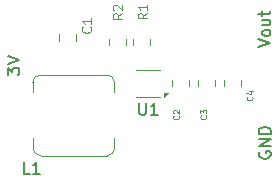
<source format=gbr>
%TF.GenerationSoftware,KiCad,Pcbnew,8.0.1*%
%TF.CreationDate,2024-04-26T21:59:39-07:00*%
%TF.ProjectId,boost-converter,626f6f73-742d-4636-9f6e-766572746572,rev?*%
%TF.SameCoordinates,Original*%
%TF.FileFunction,Legend,Top*%
%TF.FilePolarity,Positive*%
%FSLAX46Y46*%
G04 Gerber Fmt 4.6, Leading zero omitted, Abs format (unit mm)*
G04 Created by KiCad (PCBNEW 8.0.1) date 2024-04-26 21:59:39*
%MOMM*%
%LPD*%
G01*
G04 APERTURE LIST*
%ADD10C,0.150000*%
%ADD11C,0.076200*%
%ADD12C,0.101600*%
%ADD13C,0.120000*%
G04 APERTURE END LIST*
D10*
X149252438Y-110361904D02*
X149204819Y-110457142D01*
X149204819Y-110457142D02*
X149204819Y-110599999D01*
X149204819Y-110599999D02*
X149252438Y-110742856D01*
X149252438Y-110742856D02*
X149347676Y-110838094D01*
X149347676Y-110838094D02*
X149442914Y-110885713D01*
X149442914Y-110885713D02*
X149633390Y-110933332D01*
X149633390Y-110933332D02*
X149776247Y-110933332D01*
X149776247Y-110933332D02*
X149966723Y-110885713D01*
X149966723Y-110885713D02*
X150061961Y-110838094D01*
X150061961Y-110838094D02*
X150157200Y-110742856D01*
X150157200Y-110742856D02*
X150204819Y-110599999D01*
X150204819Y-110599999D02*
X150204819Y-110504761D01*
X150204819Y-110504761D02*
X150157200Y-110361904D01*
X150157200Y-110361904D02*
X150109580Y-110314285D01*
X150109580Y-110314285D02*
X149776247Y-110314285D01*
X149776247Y-110314285D02*
X149776247Y-110504761D01*
X150204819Y-109885713D02*
X149204819Y-109885713D01*
X149204819Y-109885713D02*
X150204819Y-109314285D01*
X150204819Y-109314285D02*
X149204819Y-109314285D01*
X150204819Y-108838094D02*
X149204819Y-108838094D01*
X149204819Y-108838094D02*
X149204819Y-108599999D01*
X149204819Y-108599999D02*
X149252438Y-108457142D01*
X149252438Y-108457142D02*
X149347676Y-108361904D01*
X149347676Y-108361904D02*
X149442914Y-108314285D01*
X149442914Y-108314285D02*
X149633390Y-108266666D01*
X149633390Y-108266666D02*
X149776247Y-108266666D01*
X149776247Y-108266666D02*
X149966723Y-108314285D01*
X149966723Y-108314285D02*
X150061961Y-108361904D01*
X150061961Y-108361904D02*
X150157200Y-108457142D01*
X150157200Y-108457142D02*
X150204819Y-108599999D01*
X150204819Y-108599999D02*
X150204819Y-108838094D01*
X127929819Y-103861904D02*
X127929819Y-103242857D01*
X127929819Y-103242857D02*
X128310771Y-103576190D01*
X128310771Y-103576190D02*
X128310771Y-103433333D01*
X128310771Y-103433333D02*
X128358390Y-103338095D01*
X128358390Y-103338095D02*
X128406009Y-103290476D01*
X128406009Y-103290476D02*
X128501247Y-103242857D01*
X128501247Y-103242857D02*
X128739342Y-103242857D01*
X128739342Y-103242857D02*
X128834580Y-103290476D01*
X128834580Y-103290476D02*
X128882200Y-103338095D01*
X128882200Y-103338095D02*
X128929819Y-103433333D01*
X128929819Y-103433333D02*
X128929819Y-103719047D01*
X128929819Y-103719047D02*
X128882200Y-103814285D01*
X128882200Y-103814285D02*
X128834580Y-103861904D01*
X127929819Y-102957142D02*
X128929819Y-102623809D01*
X128929819Y-102623809D02*
X127929819Y-102290476D01*
X149179819Y-101498809D02*
X150179819Y-101165476D01*
X150179819Y-101165476D02*
X149179819Y-100832143D01*
X150179819Y-100355952D02*
X150132200Y-100451190D01*
X150132200Y-100451190D02*
X150084580Y-100498809D01*
X150084580Y-100498809D02*
X149989342Y-100546428D01*
X149989342Y-100546428D02*
X149703628Y-100546428D01*
X149703628Y-100546428D02*
X149608390Y-100498809D01*
X149608390Y-100498809D02*
X149560771Y-100451190D01*
X149560771Y-100451190D02*
X149513152Y-100355952D01*
X149513152Y-100355952D02*
X149513152Y-100213095D01*
X149513152Y-100213095D02*
X149560771Y-100117857D01*
X149560771Y-100117857D02*
X149608390Y-100070238D01*
X149608390Y-100070238D02*
X149703628Y-100022619D01*
X149703628Y-100022619D02*
X149989342Y-100022619D01*
X149989342Y-100022619D02*
X150084580Y-100070238D01*
X150084580Y-100070238D02*
X150132200Y-100117857D01*
X150132200Y-100117857D02*
X150179819Y-100213095D01*
X150179819Y-100213095D02*
X150179819Y-100355952D01*
X149513152Y-99165476D02*
X150179819Y-99165476D01*
X149513152Y-99594047D02*
X150036961Y-99594047D01*
X150036961Y-99594047D02*
X150132200Y-99546428D01*
X150132200Y-99546428D02*
X150179819Y-99451190D01*
X150179819Y-99451190D02*
X150179819Y-99308333D01*
X150179819Y-99308333D02*
X150132200Y-99213095D01*
X150132200Y-99213095D02*
X150084580Y-99165476D01*
X149513152Y-98832142D02*
X149513152Y-98451190D01*
X149179819Y-98689285D02*
X150036961Y-98689285D01*
X150036961Y-98689285D02*
X150132200Y-98641666D01*
X150132200Y-98641666D02*
X150179819Y-98546428D01*
X150179819Y-98546428D02*
X150179819Y-98451190D01*
D11*
X148632666Y-105684666D02*
X148656857Y-105708857D01*
X148656857Y-105708857D02*
X148681047Y-105781428D01*
X148681047Y-105781428D02*
X148681047Y-105829809D01*
X148681047Y-105829809D02*
X148656857Y-105902381D01*
X148656857Y-105902381D02*
X148608476Y-105950762D01*
X148608476Y-105950762D02*
X148560095Y-105974952D01*
X148560095Y-105974952D02*
X148463333Y-105999143D01*
X148463333Y-105999143D02*
X148390761Y-105999143D01*
X148390761Y-105999143D02*
X148293999Y-105974952D01*
X148293999Y-105974952D02*
X148245618Y-105950762D01*
X148245618Y-105950762D02*
X148197237Y-105902381D01*
X148197237Y-105902381D02*
X148173047Y-105829809D01*
X148173047Y-105829809D02*
X148173047Y-105781428D01*
X148173047Y-105781428D02*
X148197237Y-105708857D01*
X148197237Y-105708857D02*
X148221428Y-105684666D01*
X148342380Y-105249238D02*
X148681047Y-105249238D01*
X148148857Y-105370190D02*
X148511714Y-105491143D01*
X148511714Y-105491143D02*
X148511714Y-105176666D01*
X144707666Y-107284666D02*
X144731857Y-107308857D01*
X144731857Y-107308857D02*
X144756047Y-107381428D01*
X144756047Y-107381428D02*
X144756047Y-107429809D01*
X144756047Y-107429809D02*
X144731857Y-107502381D01*
X144731857Y-107502381D02*
X144683476Y-107550762D01*
X144683476Y-107550762D02*
X144635095Y-107574952D01*
X144635095Y-107574952D02*
X144538333Y-107599143D01*
X144538333Y-107599143D02*
X144465761Y-107599143D01*
X144465761Y-107599143D02*
X144368999Y-107574952D01*
X144368999Y-107574952D02*
X144320618Y-107550762D01*
X144320618Y-107550762D02*
X144272237Y-107502381D01*
X144272237Y-107502381D02*
X144248047Y-107429809D01*
X144248047Y-107429809D02*
X144248047Y-107381428D01*
X144248047Y-107381428D02*
X144272237Y-107308857D01*
X144272237Y-107308857D02*
X144296428Y-107284666D01*
X144248047Y-107115333D02*
X144248047Y-106800857D01*
X144248047Y-106800857D02*
X144441571Y-106970190D01*
X144441571Y-106970190D02*
X144441571Y-106897619D01*
X144441571Y-106897619D02*
X144465761Y-106849238D01*
X144465761Y-106849238D02*
X144489952Y-106825047D01*
X144489952Y-106825047D02*
X144538333Y-106800857D01*
X144538333Y-106800857D02*
X144659285Y-106800857D01*
X144659285Y-106800857D02*
X144707666Y-106825047D01*
X144707666Y-106825047D02*
X144731857Y-106849238D01*
X144731857Y-106849238D02*
X144756047Y-106897619D01*
X144756047Y-106897619D02*
X144756047Y-107042762D01*
X144756047Y-107042762D02*
X144731857Y-107091143D01*
X144731857Y-107091143D02*
X144707666Y-107115333D01*
X142407666Y-107309666D02*
X142431857Y-107333857D01*
X142431857Y-107333857D02*
X142456047Y-107406428D01*
X142456047Y-107406428D02*
X142456047Y-107454809D01*
X142456047Y-107454809D02*
X142431857Y-107527381D01*
X142431857Y-107527381D02*
X142383476Y-107575762D01*
X142383476Y-107575762D02*
X142335095Y-107599952D01*
X142335095Y-107599952D02*
X142238333Y-107624143D01*
X142238333Y-107624143D02*
X142165761Y-107624143D01*
X142165761Y-107624143D02*
X142068999Y-107599952D01*
X142068999Y-107599952D02*
X142020618Y-107575762D01*
X142020618Y-107575762D02*
X141972237Y-107527381D01*
X141972237Y-107527381D02*
X141948047Y-107454809D01*
X141948047Y-107454809D02*
X141948047Y-107406428D01*
X141948047Y-107406428D02*
X141972237Y-107333857D01*
X141972237Y-107333857D02*
X141996428Y-107309666D01*
X141996428Y-107116143D02*
X141972237Y-107091952D01*
X141972237Y-107091952D02*
X141948047Y-107043571D01*
X141948047Y-107043571D02*
X141948047Y-106922619D01*
X141948047Y-106922619D02*
X141972237Y-106874238D01*
X141972237Y-106874238D02*
X141996428Y-106850047D01*
X141996428Y-106850047D02*
X142044809Y-106825857D01*
X142044809Y-106825857D02*
X142093190Y-106825857D01*
X142093190Y-106825857D02*
X142165761Y-106850047D01*
X142165761Y-106850047D02*
X142456047Y-107140333D01*
X142456047Y-107140333D02*
X142456047Y-106825857D01*
D10*
X139088095Y-106229819D02*
X139088095Y-107039342D01*
X139088095Y-107039342D02*
X139135714Y-107134580D01*
X139135714Y-107134580D02*
X139183333Y-107182200D01*
X139183333Y-107182200D02*
X139278571Y-107229819D01*
X139278571Y-107229819D02*
X139469047Y-107229819D01*
X139469047Y-107229819D02*
X139564285Y-107182200D01*
X139564285Y-107182200D02*
X139611904Y-107134580D01*
X139611904Y-107134580D02*
X139659523Y-107039342D01*
X139659523Y-107039342D02*
X139659523Y-106229819D01*
X140659523Y-107229819D02*
X140088095Y-107229819D01*
X140373809Y-107229819D02*
X140373809Y-106229819D01*
X140373809Y-106229819D02*
X140278571Y-106372676D01*
X140278571Y-106372676D02*
X140183333Y-106467914D01*
X140183333Y-106467914D02*
X140088095Y-106515533D01*
D12*
X137622231Y-98651999D02*
X137259374Y-98905999D01*
X137622231Y-99087428D02*
X136860231Y-99087428D01*
X136860231Y-99087428D02*
X136860231Y-98797142D01*
X136860231Y-98797142D02*
X136896517Y-98724571D01*
X136896517Y-98724571D02*
X136932803Y-98688285D01*
X136932803Y-98688285D02*
X137005374Y-98651999D01*
X137005374Y-98651999D02*
X137114231Y-98651999D01*
X137114231Y-98651999D02*
X137186803Y-98688285D01*
X137186803Y-98688285D02*
X137223088Y-98724571D01*
X137223088Y-98724571D02*
X137259374Y-98797142D01*
X137259374Y-98797142D02*
X137259374Y-99087428D01*
X136932803Y-98361714D02*
X136896517Y-98325428D01*
X136896517Y-98325428D02*
X136860231Y-98252857D01*
X136860231Y-98252857D02*
X136860231Y-98071428D01*
X136860231Y-98071428D02*
X136896517Y-97998857D01*
X136896517Y-97998857D02*
X136932803Y-97962571D01*
X136932803Y-97962571D02*
X137005374Y-97926285D01*
X137005374Y-97926285D02*
X137077946Y-97926285D01*
X137077946Y-97926285D02*
X137186803Y-97962571D01*
X137186803Y-97962571D02*
X137622231Y-98397999D01*
X137622231Y-98397999D02*
X137622231Y-97926285D01*
X139722231Y-98626999D02*
X139359374Y-98880999D01*
X139722231Y-99062428D02*
X138960231Y-99062428D01*
X138960231Y-99062428D02*
X138960231Y-98772142D01*
X138960231Y-98772142D02*
X138996517Y-98699571D01*
X138996517Y-98699571D02*
X139032803Y-98663285D01*
X139032803Y-98663285D02*
X139105374Y-98626999D01*
X139105374Y-98626999D02*
X139214231Y-98626999D01*
X139214231Y-98626999D02*
X139286803Y-98663285D01*
X139286803Y-98663285D02*
X139323088Y-98699571D01*
X139323088Y-98699571D02*
X139359374Y-98772142D01*
X139359374Y-98772142D02*
X139359374Y-99062428D01*
X139722231Y-97901285D02*
X139722231Y-98336714D01*
X139722231Y-98118999D02*
X138960231Y-98118999D01*
X138960231Y-98118999D02*
X139069088Y-98191571D01*
X139069088Y-98191571D02*
X139141660Y-98264142D01*
X139141660Y-98264142D02*
X139177946Y-98336714D01*
D10*
X129808333Y-112229819D02*
X129332143Y-112229819D01*
X129332143Y-112229819D02*
X129332143Y-111229819D01*
X130665476Y-112229819D02*
X130094048Y-112229819D01*
X130379762Y-112229819D02*
X130379762Y-111229819D01*
X130379762Y-111229819D02*
X130284524Y-111372676D01*
X130284524Y-111372676D02*
X130189286Y-111467914D01*
X130189286Y-111467914D02*
X130094048Y-111515533D01*
D12*
X134924660Y-99801999D02*
X134960946Y-99838285D01*
X134960946Y-99838285D02*
X134997231Y-99947142D01*
X134997231Y-99947142D02*
X134997231Y-100019714D01*
X134997231Y-100019714D02*
X134960946Y-100128571D01*
X134960946Y-100128571D02*
X134888374Y-100201142D01*
X134888374Y-100201142D02*
X134815803Y-100237428D01*
X134815803Y-100237428D02*
X134670660Y-100273714D01*
X134670660Y-100273714D02*
X134561803Y-100273714D01*
X134561803Y-100273714D02*
X134416660Y-100237428D01*
X134416660Y-100237428D02*
X134344088Y-100201142D01*
X134344088Y-100201142D02*
X134271517Y-100128571D01*
X134271517Y-100128571D02*
X134235231Y-100019714D01*
X134235231Y-100019714D02*
X134235231Y-99947142D01*
X134235231Y-99947142D02*
X134271517Y-99838285D01*
X134271517Y-99838285D02*
X134307803Y-99801999D01*
X134997231Y-99076285D02*
X134997231Y-99511714D01*
X134997231Y-99293999D02*
X134235231Y-99293999D01*
X134235231Y-99293999D02*
X134344088Y-99366571D01*
X134344088Y-99366571D02*
X134416660Y-99439142D01*
X134416660Y-99439142D02*
X134452946Y-99511714D01*
D13*
%TO.C,C4*%
X146240000Y-104798752D02*
X146240000Y-104276248D01*
X147710000Y-104798752D02*
X147710000Y-104276248D01*
%TO.C,C3*%
X144040000Y-104798752D02*
X144040000Y-104276248D01*
X145510000Y-104798752D02*
X145510000Y-104276248D01*
%TO.C,C2*%
X141840000Y-104798752D02*
X141840000Y-104276248D01*
X143310000Y-104798752D02*
X143310000Y-104276248D01*
%TO.C,U1*%
X140812000Y-105685000D02*
X138812000Y-105685000D01*
X138812000Y-103465000D02*
X140812000Y-103465000D01*
X141212000Y-105695000D02*
X141212000Y-105415000D01*
X141492000Y-105415000D01*
X141212000Y-105695000D01*
G36*
X141212000Y-105695000D02*
G01*
X141212000Y-105415000D01*
X141492000Y-105415000D01*
X141212000Y-105695000D01*
G37*
%TO.C,R2*%
X137960000Y-100847936D02*
X137960000Y-101302064D01*
X136490000Y-100847936D02*
X136490000Y-101302064D01*
%TO.C,R1*%
X140035000Y-100847936D02*
X140035000Y-101302064D01*
X138565000Y-100847936D02*
X138565000Y-101302064D01*
%TO.C,L1*%
X130065000Y-105325000D02*
X130065000Y-104475000D01*
X130065000Y-110025000D02*
X130065000Y-109225000D01*
X130675000Y-103865000D02*
X136375000Y-103865000D01*
X136375000Y-110685000D02*
X130725000Y-110685000D01*
X136985000Y-104475000D02*
X136985000Y-105325000D01*
X136985000Y-109225000D02*
X136985000Y-110075000D01*
X130065000Y-104475000D02*
G75*
G02*
X130675000Y-103865000I610000J0D01*
G01*
X130725000Y-110685000D02*
G75*
G02*
X130065000Y-110025000I2J660002D01*
G01*
X136375000Y-103865000D02*
G75*
G02*
X136985000Y-104475000I0J-610000D01*
G01*
X136985000Y-110075000D02*
G75*
G02*
X136375000Y-110685000I-610000J0D01*
G01*
%TO.C,C1*%
X133760000Y-100426248D02*
X133760000Y-100948752D01*
X132290000Y-100426248D02*
X132290000Y-100948752D01*
%TD*%
M02*

</source>
